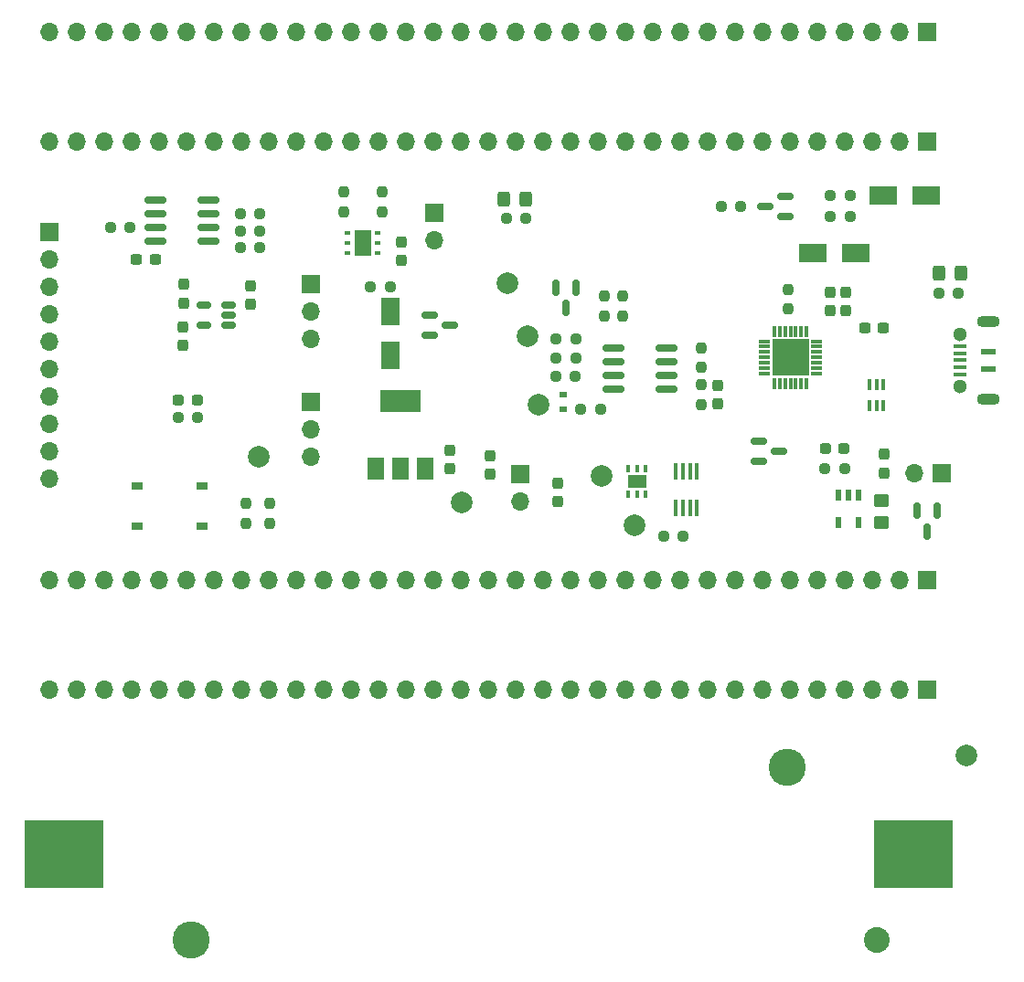
<source format=gts>
G04 #@! TF.GenerationSoftware,KiCad,Pcbnew,6.0.4*
G04 #@! TF.CreationDate,2022-04-09T16:32:54+02:00*
G04 #@! TF.ProjectId,main,6d61696e-2e6b-4696-9361-645f70636258,rev?*
G04 #@! TF.SameCoordinates,Original*
G04 #@! TF.FileFunction,Soldermask,Top*
G04 #@! TF.FilePolarity,Negative*
%FSLAX46Y46*%
G04 Gerber Fmt 4.6, Leading zero omitted, Abs format (unit mm)*
G04 Created by KiCad (PCBNEW 6.0.4) date 2022-04-09 16:32:54*
%MOMM*%
%LPD*%
G01*
G04 APERTURE LIST*
G04 Aperture macros list*
%AMRoundRect*
0 Rectangle with rounded corners*
0 $1 Rounding radius*
0 $2 $3 $4 $5 $6 $7 $8 $9 X,Y pos of 4 corners*
0 Add a 4 corners polygon primitive as box body*
4,1,4,$2,$3,$4,$5,$6,$7,$8,$9,$2,$3,0*
0 Add four circle primitives for the rounded corners*
1,1,$1+$1,$2,$3*
1,1,$1+$1,$4,$5*
1,1,$1+$1,$6,$7*
1,1,$1+$1,$8,$9*
0 Add four rect primitives between the rounded corners*
20,1,$1+$1,$2,$3,$4,$5,0*
20,1,$1+$1,$4,$5,$6,$7,0*
20,1,$1+$1,$6,$7,$8,$9,0*
20,1,$1+$1,$8,$9,$2,$3,0*%
G04 Aperture macros list end*
%ADD10R,1.000000X0.750000*%
%ADD11RoundRect,0.237500X-0.237500X0.250000X-0.237500X-0.250000X0.237500X-0.250000X0.237500X0.250000X0*%
%ADD12RoundRect,0.237500X-0.250000X-0.237500X0.250000X-0.237500X0.250000X0.237500X-0.250000X0.237500X0*%
%ADD13RoundRect,0.237500X0.250000X0.237500X-0.250000X0.237500X-0.250000X-0.237500X0.250000X-0.237500X0*%
%ADD14RoundRect,0.250000X-0.325000X-0.450000X0.325000X-0.450000X0.325000X0.450000X-0.325000X0.450000X0*%
%ADD15RoundRect,0.250000X0.325000X0.450000X-0.325000X0.450000X-0.325000X-0.450000X0.325000X-0.450000X0*%
%ADD16RoundRect,0.237500X-0.287500X-0.237500X0.287500X-0.237500X0.287500X0.237500X-0.287500X0.237500X0*%
%ADD17R,0.700000X0.600000*%
%ADD18R,1.700000X1.700000*%
%ADD19O,1.700000X1.700000*%
%ADD20R,3.800000X2.000000*%
%ADD21R,1.500000X2.000000*%
%ADD22C,2.000000*%
%ADD23R,2.500000X1.800000*%
%ADD24RoundRect,0.237500X0.237500X-0.250000X0.237500X0.250000X-0.237500X0.250000X-0.237500X-0.250000X0*%
%ADD25RoundRect,0.150000X-0.150000X0.587500X-0.150000X-0.587500X0.150000X-0.587500X0.150000X0.587500X0*%
%ADD26RoundRect,0.237500X0.237500X-0.300000X0.237500X0.300000X-0.237500X0.300000X-0.237500X-0.300000X0*%
%ADD27R,7.340000X6.350000*%
%ADD28C,2.390000*%
%ADD29C,3.450000*%
%ADD30RoundRect,0.250000X0.450000X-0.350000X0.450000X0.350000X-0.450000X0.350000X-0.450000X-0.350000X0*%
%ADD31RoundRect,0.150000X0.587500X0.150000X-0.587500X0.150000X-0.587500X-0.150000X0.587500X-0.150000X0*%
%ADD32RoundRect,0.237500X-0.237500X0.300000X-0.237500X-0.300000X0.237500X-0.300000X0.237500X0.300000X0*%
%ADD33R,0.300000X1.600000*%
%ADD34R,0.450000X0.800000*%
%ADD35R,1.700000X1.250000*%
%ADD36R,1.800000X2.500000*%
%ADD37RoundRect,0.150000X-0.587500X-0.150000X0.587500X-0.150000X0.587500X0.150000X-0.587500X0.150000X0*%
%ADD38R,0.400000X1.050000*%
%ADD39R,0.550000X1.050000*%
%ADD40RoundRect,0.150000X-0.825000X-0.150000X0.825000X-0.150000X0.825000X0.150000X-0.825000X0.150000X0*%
%ADD41RoundRect,0.150000X0.512500X0.150000X-0.512500X0.150000X-0.512500X-0.150000X0.512500X-0.150000X0*%
%ADD42RoundRect,0.150000X0.825000X0.150000X-0.825000X0.150000X-0.825000X-0.150000X0.825000X-0.150000X0*%
%ADD43R,3.350000X3.350000*%
%ADD44R,0.300000X1.000000*%
%ADD45R,1.000000X0.300000*%
%ADD46O,2.140000X1.070000*%
%ADD47C,1.300000*%
%ADD48R,1.350000X0.600000*%
%ADD49R,1.250000X0.400000*%
%ADD50R,0.600000X0.400000*%
%ADD51R,1.500000X2.400000*%
%ADD52RoundRect,0.237500X0.300000X0.237500X-0.300000X0.237500X-0.300000X-0.237500X0.300000X-0.237500X0*%
%ADD53RoundRect,0.237500X-0.300000X-0.237500X0.300000X-0.237500X0.300000X0.237500X-0.300000X0.237500X0*%
G04 APERTURE END LIST*
D10*
X102480000Y-114655000D03*
X96480000Y-114655000D03*
X102480000Y-110905000D03*
X96480000Y-110905000D03*
D11*
X108712000Y-112527500D03*
X108712000Y-114352500D03*
X106500000Y-112527500D03*
X106500000Y-114352500D03*
D12*
X172512500Y-93020000D03*
X170687500Y-93020000D03*
D13*
X132432500Y-86140000D03*
X130607500Y-86140000D03*
D12*
X102062500Y-104600000D03*
X100237500Y-104600000D03*
D14*
X170679000Y-91186000D03*
X172729000Y-91186000D03*
D15*
X132425000Y-84300000D03*
X130375000Y-84300000D03*
D16*
X100240000Y-102990000D03*
X101990000Y-102990000D03*
D17*
X135890000Y-102424000D03*
X135890000Y-103824000D03*
D18*
X112522000Y-92217000D03*
D19*
X112522000Y-94757000D03*
X112522000Y-97297000D03*
D13*
X107809000Y-88860000D03*
X105984000Y-88860000D03*
D11*
X148694000Y-98113500D03*
X148694000Y-99938500D03*
D20*
X120820000Y-103030000D03*
D21*
X123120000Y-109330000D03*
X120820000Y-109330000D03*
X118520000Y-109330000D03*
D22*
X126530000Y-112460000D03*
D23*
X165530000Y-84020000D03*
X169530000Y-84020000D03*
D24*
X156700000Y-94512500D03*
X156700000Y-92687500D03*
D25*
X137094000Y-92534500D03*
X135194000Y-92534500D03*
X136144000Y-94409500D03*
D18*
X170947000Y-109728000D03*
D19*
X168407000Y-109728000D03*
D26*
X135382000Y-112368500D03*
X135382000Y-110643500D03*
X165610000Y-109722500D03*
X165610000Y-107997500D03*
D22*
X139446000Y-109982000D03*
D27*
X89670000Y-145000000D03*
X168330000Y-145000000D03*
D28*
X164930000Y-153000000D03*
D29*
X156600000Y-137000000D03*
X101400000Y-153000000D03*
D12*
X150517500Y-85000000D03*
X152342500Y-85000000D03*
D30*
X165354000Y-114284000D03*
X165354000Y-112284000D03*
D12*
X137527500Y-103800000D03*
X139352500Y-103800000D03*
D31*
X156467500Y-85950000D03*
X156467500Y-84050000D03*
X154592500Y-85000000D03*
D32*
X100734000Y-92243000D03*
X100734000Y-93968000D03*
D13*
X107796500Y-87260000D03*
X105971500Y-87260000D03*
D26*
X129110000Y-109832500D03*
X129110000Y-108107500D03*
D13*
X107796500Y-85660000D03*
X105971500Y-85660000D03*
D33*
X148295000Y-109552000D03*
X147645000Y-109552000D03*
X146995000Y-109552000D03*
X146345000Y-109552000D03*
X146345000Y-112952000D03*
X146995000Y-112952000D03*
X147645000Y-112952000D03*
X148295000Y-112952000D03*
D32*
X100674000Y-96175500D03*
X100674000Y-97900500D03*
D19*
X88345000Y-79027000D03*
X90885000Y-79027000D03*
X93425000Y-79027000D03*
X95965000Y-79027000D03*
X98505000Y-79027000D03*
X101045000Y-79027000D03*
X103585000Y-79027000D03*
X106125000Y-79027000D03*
X108665000Y-79027000D03*
X111205000Y-79027000D03*
X113745000Y-79027000D03*
X116285000Y-79027000D03*
X118825000Y-79027000D03*
X121365000Y-79027000D03*
X123905000Y-79027000D03*
X126445000Y-79027000D03*
X128985000Y-79027000D03*
X131525000Y-79027000D03*
X134065000Y-79027000D03*
X136605000Y-79027000D03*
X139145000Y-79027000D03*
X141685000Y-79027000D03*
X144225000Y-79027000D03*
X146765000Y-79027000D03*
X149305000Y-79027000D03*
X151845000Y-79027000D03*
X154385000Y-79027000D03*
X156925000Y-79027000D03*
X159465000Y-79027000D03*
X162005000Y-79027000D03*
X164545000Y-79027000D03*
X167085000Y-79027000D03*
D18*
X169625000Y-79027000D03*
D34*
X141948000Y-111690000D03*
X142748000Y-111690000D03*
X143548000Y-111690000D03*
X143548000Y-109290000D03*
X142748000Y-109290000D03*
X141948000Y-109290000D03*
D35*
X142748000Y-110490000D03*
D12*
X135231500Y-99060000D03*
X137056500Y-99060000D03*
D11*
X139700000Y-93321500D03*
X139700000Y-95146500D03*
D12*
X145175000Y-115570000D03*
X147000000Y-115570000D03*
D22*
X130770000Y-92130000D03*
D36*
X119888000Y-98774000D03*
X119888000Y-94774000D03*
D12*
X135207500Y-100740000D03*
X137032500Y-100740000D03*
D37*
X123522500Y-95062000D03*
X123522500Y-96962000D03*
X125397500Y-96012000D03*
D22*
X142494000Y-114554000D03*
D12*
X160147500Y-109300000D03*
X161972500Y-109300000D03*
D16*
X160161000Y-107442000D03*
X161911000Y-107442000D03*
D38*
X164250000Y-103450000D03*
X164900000Y-103450000D03*
X165550000Y-103450000D03*
X165550000Y-101550000D03*
X164900000Y-101550000D03*
X164250000Y-101550000D03*
D39*
X163256000Y-111730000D03*
X162306000Y-111730000D03*
X161356000Y-111730000D03*
X161356000Y-114330000D03*
X163256000Y-114330000D03*
D24*
X119126000Y-85494500D03*
X119126000Y-83669500D03*
D22*
X133604000Y-103378000D03*
D12*
X118063000Y-92456000D03*
X119888000Y-92456000D03*
D40*
X140527000Y-98171000D03*
X140527000Y-99441000D03*
X140527000Y-100711000D03*
X140527000Y-101981000D03*
X145477000Y-101981000D03*
X145477000Y-100711000D03*
X145477000Y-99441000D03*
X145477000Y-98171000D03*
D22*
X132588000Y-97028000D03*
D18*
X169625000Y-68867000D03*
D19*
X167085000Y-68867000D03*
X164545000Y-68867000D03*
X162005000Y-68867000D03*
X159465000Y-68867000D03*
X156925000Y-68867000D03*
X154385000Y-68867000D03*
X151845000Y-68867000D03*
X149305000Y-68867000D03*
X146765000Y-68867000D03*
X144225000Y-68867000D03*
X141685000Y-68867000D03*
X139145000Y-68867000D03*
X136605000Y-68867000D03*
X134065000Y-68867000D03*
X131525000Y-68867000D03*
X128985000Y-68867000D03*
X126445000Y-68867000D03*
X123905000Y-68867000D03*
X121365000Y-68867000D03*
X118825000Y-68867000D03*
X116285000Y-68867000D03*
X113745000Y-68867000D03*
X111205000Y-68867000D03*
X108665000Y-68867000D03*
X106125000Y-68867000D03*
X103585000Y-68867000D03*
X101045000Y-68867000D03*
X98505000Y-68867000D03*
X95965000Y-68867000D03*
X93425000Y-68867000D03*
X90885000Y-68867000D03*
X88345000Y-68867000D03*
D37*
X154002500Y-106746000D03*
X154002500Y-108646000D03*
X155877500Y-107696000D03*
D24*
X115570000Y-85494500D03*
X115570000Y-83669500D03*
D18*
X123952000Y-85593000D03*
D19*
X123952000Y-88133000D03*
D22*
X173228000Y-135890000D03*
D12*
X160617500Y-84020000D03*
X162442500Y-84020000D03*
D11*
X148694000Y-101547500D03*
X148694000Y-103372500D03*
D18*
X131890000Y-109820000D03*
D19*
X131890000Y-112360000D03*
D41*
X104901500Y-96028000D03*
X104901500Y-95078000D03*
X104901500Y-94128000D03*
X102626500Y-94128000D03*
X102626500Y-96028000D03*
D12*
X93971500Y-86960000D03*
X95796500Y-86960000D03*
D42*
X103059000Y-88265000D03*
X103059000Y-86995000D03*
X103059000Y-85725000D03*
X103059000Y-84455000D03*
X98109000Y-84455000D03*
X98109000Y-85725000D03*
X98109000Y-86995000D03*
X98109000Y-88265000D03*
D26*
X162100000Y-94662500D03*
X162100000Y-92937500D03*
X125380000Y-109350000D03*
X125380000Y-107625000D03*
D18*
X169625000Y-129827000D03*
D19*
X167085000Y-129827000D03*
X164545000Y-129827000D03*
X162005000Y-129827000D03*
X159465000Y-129827000D03*
X156925000Y-129827000D03*
X154385000Y-129827000D03*
X151845000Y-129827000D03*
X149305000Y-129827000D03*
X146765000Y-129827000D03*
X144225000Y-129827000D03*
X141685000Y-129827000D03*
X139145000Y-129827000D03*
X136605000Y-129827000D03*
X134065000Y-129827000D03*
X131525000Y-129827000D03*
X128985000Y-129827000D03*
X126445000Y-129827000D03*
X123905000Y-129827000D03*
X121365000Y-129827000D03*
X118825000Y-129827000D03*
X116285000Y-129827000D03*
X113745000Y-129827000D03*
X111205000Y-129827000D03*
X108665000Y-129827000D03*
X106125000Y-129827000D03*
X103585000Y-129827000D03*
X101045000Y-129827000D03*
X98505000Y-129827000D03*
X95965000Y-129827000D03*
X93425000Y-129827000D03*
X90885000Y-129827000D03*
X88345000Y-129827000D03*
D26*
X160600000Y-94662500D03*
X160600000Y-92937500D03*
D22*
X107696000Y-108204000D03*
D43*
X156940000Y-99000000D03*
D44*
X158440000Y-101400000D03*
X157940000Y-101400000D03*
X157440000Y-101400000D03*
X156940000Y-101400000D03*
X156440000Y-101400000D03*
X155940000Y-101400000D03*
X155440000Y-101400000D03*
D45*
X154540000Y-100500000D03*
X154540000Y-100000000D03*
X154540000Y-99500000D03*
X154540000Y-99000000D03*
X154540000Y-98500000D03*
X154540000Y-98000000D03*
X154540000Y-97500000D03*
D44*
X155440000Y-96600000D03*
X155940000Y-96600000D03*
X156440000Y-96600000D03*
X156940000Y-96600000D03*
X157440000Y-96600000D03*
X157940000Y-96600000D03*
X158440000Y-96600000D03*
D45*
X159340000Y-97500000D03*
X159340000Y-98000000D03*
X159340000Y-98500000D03*
X159340000Y-99000000D03*
X159340000Y-99500000D03*
X159340000Y-100000000D03*
X159340000Y-100500000D03*
D24*
X141390000Y-93317500D03*
X141390000Y-95142500D03*
D19*
X88345000Y-119667000D03*
X90885000Y-119667000D03*
X93425000Y-119667000D03*
X95965000Y-119667000D03*
X98505000Y-119667000D03*
X101045000Y-119667000D03*
X103585000Y-119667000D03*
X106125000Y-119667000D03*
X108665000Y-119667000D03*
X111205000Y-119667000D03*
X113745000Y-119667000D03*
X116285000Y-119667000D03*
X118825000Y-119667000D03*
X121365000Y-119667000D03*
X123905000Y-119667000D03*
X126445000Y-119667000D03*
X128985000Y-119667000D03*
X131525000Y-119667000D03*
X134065000Y-119667000D03*
X136605000Y-119667000D03*
X139145000Y-119667000D03*
X141685000Y-119667000D03*
X144225000Y-119667000D03*
X146765000Y-119667000D03*
X149305000Y-119667000D03*
X151845000Y-119667000D03*
X154385000Y-119667000D03*
X156925000Y-119667000D03*
X159465000Y-119667000D03*
X162005000Y-119667000D03*
X164545000Y-119667000D03*
X167085000Y-119667000D03*
D18*
X169625000Y-119667000D03*
D23*
X159020000Y-89360000D03*
X163020000Y-89360000D03*
D26*
X106934000Y-94080500D03*
X106934000Y-92355500D03*
D46*
X175250000Y-102873250D03*
D47*
X172600000Y-101698250D03*
X172600000Y-96848250D03*
D46*
X175250000Y-95673250D03*
D48*
X175275000Y-100073250D03*
X175275000Y-98473250D03*
D49*
X172625000Y-97973250D03*
X172625000Y-98623250D03*
X172625000Y-99273250D03*
X172625000Y-99923250D03*
X172625000Y-100573250D03*
D12*
X160617500Y-85970000D03*
X162442500Y-85970000D03*
D50*
X115948000Y-87442000D03*
X115948000Y-88392000D03*
X115948000Y-89342000D03*
X118748000Y-89342000D03*
X118748000Y-88392000D03*
X118748000Y-87442000D03*
D51*
X117348000Y-88392000D03*
D52*
X98112500Y-89960000D03*
X96387500Y-89960000D03*
D53*
X163837500Y-96300000D03*
X165562500Y-96300000D03*
D25*
X170540000Y-113242500D03*
X168640000Y-113242500D03*
X169590000Y-115117500D03*
D18*
X88340000Y-87390000D03*
D19*
X88340000Y-89930000D03*
X88340000Y-92470000D03*
X88340000Y-95010000D03*
X88340000Y-97550000D03*
X88340000Y-100090000D03*
X88340000Y-102630000D03*
X88340000Y-105170000D03*
X88340000Y-107710000D03*
X88340000Y-110250000D03*
D18*
X112522000Y-103124000D03*
D19*
X112522000Y-105664000D03*
X112522000Y-108204000D03*
D32*
X150242000Y-101585000D03*
X150242000Y-103310000D03*
D13*
X137056500Y-97282000D03*
X135231500Y-97282000D03*
D32*
X120904000Y-88291500D03*
X120904000Y-90016500D03*
M02*

</source>
